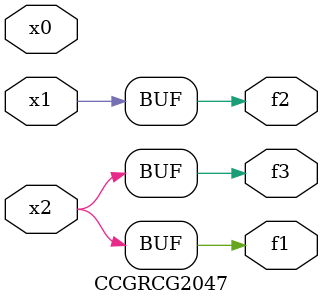
<source format=v>
module CCGRCG2047(
	input x0, x1, x2,
	output f1, f2, f3
);
	assign f1 = x2;
	assign f2 = x1;
	assign f3 = x2;
endmodule

</source>
